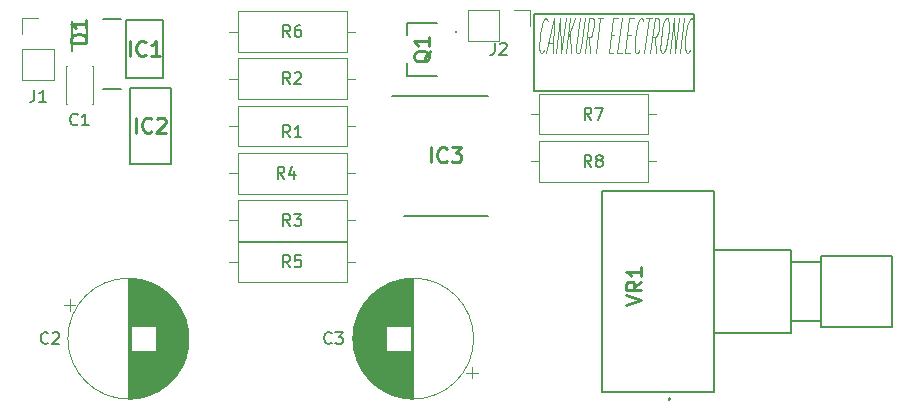
<source format=gbr>
%TF.GenerationSoftware,KiCad,Pcbnew,(6.0.6)*%
%TF.CreationDate,2023-09-23T12:19:06+03:00*%
%TF.ProjectId,leds_rme,6c656473-fc72-46d6-952e-6b696361645f,rev?*%
%TF.SameCoordinates,Original*%
%TF.FileFunction,Legend,Top*%
%TF.FilePolarity,Positive*%
%FSLAX46Y46*%
G04 Gerber Fmt 4.6, Leading zero omitted, Abs format (unit mm)*
G04 Created by KiCad (PCBNEW (6.0.6)) date 2023-09-23 12:19:06*
%MOMM*%
%LPD*%
G01*
G04 APERTURE LIST*
%ADD10C,0.150000*%
%ADD11C,0.125000*%
%ADD12C,0.254000*%
%ADD13C,0.120000*%
%ADD14C,0.200000*%
%ADD15C,0.100000*%
G04 APERTURE END LIST*
D10*
X102000000Y-47500000D02*
X88500000Y-47500000D01*
X88500000Y-47500000D02*
X88500000Y-54000000D01*
X88500000Y-54000000D02*
X102000000Y-54000000D01*
X102000000Y-54000000D02*
X102000000Y-47500000D01*
D11*
X89327886Y-50571428D02*
X89271934Y-50714285D01*
X89139791Y-50857142D01*
X89063601Y-50857142D01*
X88967172Y-50714285D01*
X88926696Y-50428571D01*
X88924315Y-50142857D01*
X88957648Y-49571428D01*
X89011220Y-49142857D01*
X89120744Y-48571428D01*
X89194553Y-48285714D01*
X89306458Y-48000000D01*
X89438601Y-47857142D01*
X89514791Y-47857142D01*
X89611220Y-48000000D01*
X89631458Y-48142857D01*
X89704077Y-50000000D02*
X90085029Y-50000000D01*
X89520744Y-50857142D02*
X90162410Y-47857142D01*
X90054077Y-50857142D01*
X90320744Y-50857142D02*
X90695744Y-47857142D01*
X90777886Y-50857142D01*
X91152886Y-47857142D01*
X91158839Y-50857142D02*
X91533839Y-47857142D01*
X91615982Y-50857142D02*
X91487410Y-49142857D01*
X91990982Y-47857142D02*
X91319553Y-49571428D01*
X92333839Y-47857142D02*
X92030267Y-50285714D01*
X92032648Y-50571428D01*
X92052886Y-50714285D01*
X92111220Y-50857142D01*
X92263601Y-50857142D01*
X92357648Y-50714285D01*
X92413601Y-50571428D01*
X92487410Y-50285714D01*
X92790982Y-47857142D01*
X93254077Y-50857142D02*
X93165982Y-49428571D01*
X92796934Y-50857142D02*
X93171934Y-47857142D01*
X93476696Y-47857142D01*
X93535029Y-48000000D01*
X93555267Y-48142857D01*
X93557648Y-48428571D01*
X93504077Y-48857142D01*
X93430267Y-49142857D01*
X93374315Y-49285714D01*
X93280267Y-49428571D01*
X92975505Y-49428571D01*
X93857648Y-47857142D02*
X94314791Y-47857142D01*
X93711220Y-50857142D02*
X94086220Y-47857142D01*
X95012410Y-49285714D02*
X95279077Y-49285714D01*
X95196934Y-50857142D02*
X94815982Y-50857142D01*
X95190982Y-47857142D01*
X95571934Y-47857142D01*
X95920744Y-50857142D02*
X95539791Y-50857142D01*
X95914791Y-47857142D01*
X96383839Y-49285714D02*
X96650505Y-49285714D01*
X96568363Y-50857142D02*
X96187410Y-50857142D01*
X96562410Y-47857142D01*
X96943363Y-47857142D01*
X97404077Y-50571428D02*
X97348125Y-50714285D01*
X97215982Y-50857142D01*
X97139791Y-50857142D01*
X97043363Y-50714285D01*
X97002886Y-50428571D01*
X97000505Y-50142857D01*
X97033839Y-49571428D01*
X97087410Y-49142857D01*
X97196934Y-48571428D01*
X97270744Y-48285714D01*
X97382648Y-48000000D01*
X97514791Y-47857142D01*
X97590982Y-47857142D01*
X97687410Y-48000000D01*
X97707648Y-48142857D01*
X97971934Y-47857142D02*
X98429077Y-47857142D01*
X97825505Y-50857142D02*
X98200505Y-47857142D01*
X98777886Y-50857142D02*
X98689791Y-49428571D01*
X98320744Y-50857142D02*
X98695744Y-47857142D01*
X99000505Y-47857142D01*
X99058839Y-48000000D01*
X99079077Y-48142857D01*
X99081458Y-48428571D01*
X99027886Y-48857142D01*
X98954077Y-49142857D01*
X98898125Y-49285714D01*
X98804077Y-49428571D01*
X98499315Y-49428571D01*
X99648125Y-47857142D02*
X99800505Y-47857142D01*
X99858839Y-48000000D01*
X99899315Y-48285714D01*
X99865982Y-48857142D01*
X99740982Y-49857142D01*
X99631458Y-50428571D01*
X99519553Y-50714285D01*
X99425505Y-50857142D01*
X99273125Y-50857142D01*
X99214791Y-50714285D01*
X99174315Y-50428571D01*
X99207648Y-49857142D01*
X99332648Y-48857142D01*
X99442172Y-48285714D01*
X99554077Y-48000000D01*
X99648125Y-47857142D01*
X99958839Y-50857142D02*
X100333839Y-47857142D01*
X100415982Y-50857142D01*
X100790982Y-47857142D01*
X100796934Y-50857142D02*
X101171934Y-47857142D01*
X101670744Y-50571428D02*
X101614791Y-50714285D01*
X101482648Y-50857142D01*
X101406458Y-50857142D01*
X101310029Y-50714285D01*
X101269553Y-50428571D01*
X101267172Y-50142857D01*
X101300505Y-49571428D01*
X101354077Y-49142857D01*
X101463601Y-48571428D01*
X101537410Y-48285714D01*
X101649315Y-48000000D01*
X101781458Y-47857142D01*
X101857648Y-47857142D01*
X101954077Y-48000000D01*
X101974315Y-48142857D01*
D10*
%TO.C,C3*%
X71333333Y-75357142D02*
X71285714Y-75404761D01*
X71142857Y-75452380D01*
X71047619Y-75452380D01*
X70904761Y-75404761D01*
X70809523Y-75309523D01*
X70761904Y-75214285D01*
X70714285Y-75023809D01*
X70714285Y-74880952D01*
X70761904Y-74690476D01*
X70809523Y-74595238D01*
X70904761Y-74500000D01*
X71047619Y-74452380D01*
X71142857Y-74452380D01*
X71285714Y-74500000D01*
X71333333Y-74547619D01*
X71666666Y-74452380D02*
X72285714Y-74452380D01*
X71952380Y-74833333D01*
X72095238Y-74833333D01*
X72190476Y-74880952D01*
X72238095Y-74928571D01*
X72285714Y-75023809D01*
X72285714Y-75261904D01*
X72238095Y-75357142D01*
X72190476Y-75404761D01*
X72095238Y-75452380D01*
X71809523Y-75452380D01*
X71714285Y-75404761D01*
X71666666Y-75357142D01*
D12*
%TO.C,D1*%
X50574523Y-49937380D02*
X49304523Y-49937380D01*
X49304523Y-49635000D01*
X49365000Y-49453571D01*
X49485952Y-49332619D01*
X49606904Y-49272142D01*
X49848809Y-49211666D01*
X50030238Y-49211666D01*
X50272142Y-49272142D01*
X50393095Y-49332619D01*
X50514047Y-49453571D01*
X50574523Y-49635000D01*
X50574523Y-49937380D01*
X50574523Y-48002142D02*
X50574523Y-48727857D01*
X50574523Y-48365000D02*
X49304523Y-48365000D01*
X49485952Y-48485952D01*
X49606904Y-48606904D01*
X49667380Y-48727857D01*
%TO.C,VR1*%
X96304523Y-72163095D02*
X97574523Y-71739761D01*
X96304523Y-71316428D01*
X97574523Y-70167380D02*
X96969761Y-70590714D01*
X97574523Y-70893095D02*
X96304523Y-70893095D01*
X96304523Y-70409285D01*
X96365000Y-70288333D01*
X96425476Y-70227857D01*
X96546428Y-70167380D01*
X96727857Y-70167380D01*
X96848809Y-70227857D01*
X96909285Y-70288333D01*
X96969761Y-70409285D01*
X96969761Y-70893095D01*
X97574523Y-68957857D02*
X97574523Y-69683571D01*
X97574523Y-69320714D02*
X96304523Y-69320714D01*
X96485952Y-69441666D01*
X96606904Y-69562619D01*
X96667380Y-69683571D01*
D10*
%TO.C,R2*%
X67833333Y-53452380D02*
X67500000Y-52976190D01*
X67261904Y-53452380D02*
X67261904Y-52452380D01*
X67642857Y-52452380D01*
X67738095Y-52500000D01*
X67785714Y-52547619D01*
X67833333Y-52642857D01*
X67833333Y-52785714D01*
X67785714Y-52880952D01*
X67738095Y-52928571D01*
X67642857Y-52976190D01*
X67261904Y-52976190D01*
X68214285Y-52547619D02*
X68261904Y-52500000D01*
X68357142Y-52452380D01*
X68595238Y-52452380D01*
X68690476Y-52500000D01*
X68738095Y-52547619D01*
X68785714Y-52642857D01*
X68785714Y-52738095D01*
X68738095Y-52880952D01*
X68166666Y-53452380D01*
X68785714Y-53452380D01*
%TO.C,R4*%
X67333333Y-61452380D02*
X67000000Y-60976190D01*
X66761904Y-61452380D02*
X66761904Y-60452380D01*
X67142857Y-60452380D01*
X67238095Y-60500000D01*
X67285714Y-60547619D01*
X67333333Y-60642857D01*
X67333333Y-60785714D01*
X67285714Y-60880952D01*
X67238095Y-60928571D01*
X67142857Y-60976190D01*
X66761904Y-60976190D01*
X68190476Y-60785714D02*
X68190476Y-61452380D01*
X67952380Y-60404761D02*
X67714285Y-61119047D01*
X68333333Y-61119047D01*
%TO.C,R8*%
X93333333Y-60452380D02*
X93000000Y-59976190D01*
X92761904Y-60452380D02*
X92761904Y-59452380D01*
X93142857Y-59452380D01*
X93238095Y-59500000D01*
X93285714Y-59547619D01*
X93333333Y-59642857D01*
X93333333Y-59785714D01*
X93285714Y-59880952D01*
X93238095Y-59928571D01*
X93142857Y-59976190D01*
X92761904Y-59976190D01*
X93904761Y-59880952D02*
X93809523Y-59833333D01*
X93761904Y-59785714D01*
X93714285Y-59690476D01*
X93714285Y-59642857D01*
X93761904Y-59547619D01*
X93809523Y-59500000D01*
X93904761Y-59452380D01*
X94095238Y-59452380D01*
X94190476Y-59500000D01*
X94238095Y-59547619D01*
X94285714Y-59642857D01*
X94285714Y-59690476D01*
X94238095Y-59785714D01*
X94190476Y-59833333D01*
X94095238Y-59880952D01*
X93904761Y-59880952D01*
X93809523Y-59928571D01*
X93761904Y-59976190D01*
X93714285Y-60071428D01*
X93714285Y-60261904D01*
X93761904Y-60357142D01*
X93809523Y-60404761D01*
X93904761Y-60452380D01*
X94095238Y-60452380D01*
X94190476Y-60404761D01*
X94238095Y-60357142D01*
X94285714Y-60261904D01*
X94285714Y-60071428D01*
X94238095Y-59976190D01*
X94190476Y-59928571D01*
X94095238Y-59880952D01*
%TO.C,J1*%
X46166666Y-53952380D02*
X46166666Y-54666666D01*
X46119047Y-54809523D01*
X46023809Y-54904761D01*
X45880952Y-54952380D01*
X45785714Y-54952380D01*
X47166666Y-54952380D02*
X46595238Y-54952380D01*
X46880952Y-54952380D02*
X46880952Y-53952380D01*
X46785714Y-54095238D01*
X46690476Y-54190476D01*
X46595238Y-54238095D01*
%TO.C,R6*%
X67833333Y-49452380D02*
X67500000Y-48976190D01*
X67261904Y-49452380D02*
X67261904Y-48452380D01*
X67642857Y-48452380D01*
X67738095Y-48500000D01*
X67785714Y-48547619D01*
X67833333Y-48642857D01*
X67833333Y-48785714D01*
X67785714Y-48880952D01*
X67738095Y-48928571D01*
X67642857Y-48976190D01*
X67261904Y-48976190D01*
X68690476Y-48452380D02*
X68500000Y-48452380D01*
X68404761Y-48500000D01*
X68357142Y-48547619D01*
X68261904Y-48690476D01*
X68214285Y-48880952D01*
X68214285Y-49261904D01*
X68261904Y-49357142D01*
X68309523Y-49404761D01*
X68404761Y-49452380D01*
X68595238Y-49452380D01*
X68690476Y-49404761D01*
X68738095Y-49357142D01*
X68785714Y-49261904D01*
X68785714Y-49023809D01*
X68738095Y-48928571D01*
X68690476Y-48880952D01*
X68595238Y-48833333D01*
X68404761Y-48833333D01*
X68309523Y-48880952D01*
X68261904Y-48928571D01*
X68214285Y-49023809D01*
%TO.C,C1*%
X49833333Y-56857142D02*
X49785714Y-56904761D01*
X49642857Y-56952380D01*
X49547619Y-56952380D01*
X49404761Y-56904761D01*
X49309523Y-56809523D01*
X49261904Y-56714285D01*
X49214285Y-56523809D01*
X49214285Y-56380952D01*
X49261904Y-56190476D01*
X49309523Y-56095238D01*
X49404761Y-56000000D01*
X49547619Y-55952380D01*
X49642857Y-55952380D01*
X49785714Y-56000000D01*
X49833333Y-56047619D01*
X50785714Y-56952380D02*
X50214285Y-56952380D01*
X50500000Y-56952380D02*
X50500000Y-55952380D01*
X50404761Y-56095238D01*
X50309523Y-56190476D01*
X50214285Y-56238095D01*
%TO.C,R3*%
X67833333Y-65452380D02*
X67500000Y-64976190D01*
X67261904Y-65452380D02*
X67261904Y-64452380D01*
X67642857Y-64452380D01*
X67738095Y-64500000D01*
X67785714Y-64547619D01*
X67833333Y-64642857D01*
X67833333Y-64785714D01*
X67785714Y-64880952D01*
X67738095Y-64928571D01*
X67642857Y-64976190D01*
X67261904Y-64976190D01*
X68166666Y-64452380D02*
X68785714Y-64452380D01*
X68452380Y-64833333D01*
X68595238Y-64833333D01*
X68690476Y-64880952D01*
X68738095Y-64928571D01*
X68785714Y-65023809D01*
X68785714Y-65261904D01*
X68738095Y-65357142D01*
X68690476Y-65404761D01*
X68595238Y-65452380D01*
X68309523Y-65452380D01*
X68214285Y-65404761D01*
X68166666Y-65357142D01*
D12*
%TO.C,IC1*%
X54260238Y-51074523D02*
X54260238Y-49804523D01*
X55590714Y-50953571D02*
X55530238Y-51014047D01*
X55348809Y-51074523D01*
X55227857Y-51074523D01*
X55046428Y-51014047D01*
X54925476Y-50893095D01*
X54865000Y-50772142D01*
X54804523Y-50530238D01*
X54804523Y-50348809D01*
X54865000Y-50106904D01*
X54925476Y-49985952D01*
X55046428Y-49865000D01*
X55227857Y-49804523D01*
X55348809Y-49804523D01*
X55530238Y-49865000D01*
X55590714Y-49925476D01*
X56800238Y-51074523D02*
X56074523Y-51074523D01*
X56437380Y-51074523D02*
X56437380Y-49804523D01*
X56316428Y-49985952D01*
X56195476Y-50106904D01*
X56074523Y-50167380D01*
%TO.C,IC2*%
X54760238Y-57574523D02*
X54760238Y-56304523D01*
X56090714Y-57453571D02*
X56030238Y-57514047D01*
X55848809Y-57574523D01*
X55727857Y-57574523D01*
X55546428Y-57514047D01*
X55425476Y-57393095D01*
X55365000Y-57272142D01*
X55304523Y-57030238D01*
X55304523Y-56848809D01*
X55365000Y-56606904D01*
X55425476Y-56485952D01*
X55546428Y-56365000D01*
X55727857Y-56304523D01*
X55848809Y-56304523D01*
X56030238Y-56365000D01*
X56090714Y-56425476D01*
X56574523Y-56425476D02*
X56635000Y-56365000D01*
X56755952Y-56304523D01*
X57058333Y-56304523D01*
X57179285Y-56365000D01*
X57239761Y-56425476D01*
X57300238Y-56546428D01*
X57300238Y-56667380D01*
X57239761Y-56848809D01*
X56514047Y-57574523D01*
X57300238Y-57574523D01*
D10*
%TO.C,C2*%
X47333333Y-75357142D02*
X47285714Y-75404761D01*
X47142857Y-75452380D01*
X47047619Y-75452380D01*
X46904761Y-75404761D01*
X46809523Y-75309523D01*
X46761904Y-75214285D01*
X46714285Y-75023809D01*
X46714285Y-74880952D01*
X46761904Y-74690476D01*
X46809523Y-74595238D01*
X46904761Y-74500000D01*
X47047619Y-74452380D01*
X47142857Y-74452380D01*
X47285714Y-74500000D01*
X47333333Y-74547619D01*
X47714285Y-74547619D02*
X47761904Y-74500000D01*
X47857142Y-74452380D01*
X48095238Y-74452380D01*
X48190476Y-74500000D01*
X48238095Y-74547619D01*
X48285714Y-74642857D01*
X48285714Y-74738095D01*
X48238095Y-74880952D01*
X47666666Y-75452380D01*
X48285714Y-75452380D01*
D12*
%TO.C,Q1*%
X79695476Y-50620952D02*
X79635000Y-50741904D01*
X79514047Y-50862857D01*
X79332619Y-51044285D01*
X79272142Y-51165238D01*
X79272142Y-51286190D01*
X79574523Y-51225714D02*
X79514047Y-51346666D01*
X79393095Y-51467619D01*
X79151190Y-51528095D01*
X78727857Y-51528095D01*
X78485952Y-51467619D01*
X78365000Y-51346666D01*
X78304523Y-51225714D01*
X78304523Y-50983809D01*
X78365000Y-50862857D01*
X78485952Y-50741904D01*
X78727857Y-50681428D01*
X79151190Y-50681428D01*
X79393095Y-50741904D01*
X79514047Y-50862857D01*
X79574523Y-50983809D01*
X79574523Y-51225714D01*
X79574523Y-49471904D02*
X79574523Y-50197619D01*
X79574523Y-49834761D02*
X78304523Y-49834761D01*
X78485952Y-49955714D01*
X78606904Y-50076666D01*
X78667380Y-50197619D01*
D10*
%TO.C,R1*%
X67833333Y-57952380D02*
X67500000Y-57476190D01*
X67261904Y-57952380D02*
X67261904Y-56952380D01*
X67642857Y-56952380D01*
X67738095Y-57000000D01*
X67785714Y-57047619D01*
X67833333Y-57142857D01*
X67833333Y-57285714D01*
X67785714Y-57380952D01*
X67738095Y-57428571D01*
X67642857Y-57476190D01*
X67261904Y-57476190D01*
X68785714Y-57952380D02*
X68214285Y-57952380D01*
X68500000Y-57952380D02*
X68500000Y-56952380D01*
X68404761Y-57095238D01*
X68309523Y-57190476D01*
X68214285Y-57238095D01*
%TO.C,J2*%
X85166666Y-49952380D02*
X85166666Y-50666666D01*
X85119047Y-50809523D01*
X85023809Y-50904761D01*
X84880952Y-50952380D01*
X84785714Y-50952380D01*
X85595238Y-50047619D02*
X85642857Y-50000000D01*
X85738095Y-49952380D01*
X85976190Y-49952380D01*
X86071428Y-50000000D01*
X86119047Y-50047619D01*
X86166666Y-50142857D01*
X86166666Y-50238095D01*
X86119047Y-50380952D01*
X85547619Y-50952380D01*
X86166666Y-50952380D01*
%TO.C,R7*%
X93333333Y-56452380D02*
X93000000Y-55976190D01*
X92761904Y-56452380D02*
X92761904Y-55452380D01*
X93142857Y-55452380D01*
X93238095Y-55500000D01*
X93285714Y-55547619D01*
X93333333Y-55642857D01*
X93333333Y-55785714D01*
X93285714Y-55880952D01*
X93238095Y-55928571D01*
X93142857Y-55976190D01*
X92761904Y-55976190D01*
X93666666Y-55452380D02*
X94333333Y-55452380D01*
X93904761Y-56452380D01*
%TO.C,R5*%
X67833333Y-68952380D02*
X67500000Y-68476190D01*
X67261904Y-68952380D02*
X67261904Y-67952380D01*
X67642857Y-67952380D01*
X67738095Y-68000000D01*
X67785714Y-68047619D01*
X67833333Y-68142857D01*
X67833333Y-68285714D01*
X67785714Y-68380952D01*
X67738095Y-68428571D01*
X67642857Y-68476190D01*
X67261904Y-68476190D01*
X68738095Y-67952380D02*
X68261904Y-67952380D01*
X68214285Y-68428571D01*
X68261904Y-68380952D01*
X68357142Y-68333333D01*
X68595238Y-68333333D01*
X68690476Y-68380952D01*
X68738095Y-68428571D01*
X68785714Y-68523809D01*
X68785714Y-68761904D01*
X68738095Y-68857142D01*
X68690476Y-68904761D01*
X68595238Y-68952380D01*
X68357142Y-68952380D01*
X68261904Y-68904761D01*
X68214285Y-68857142D01*
D12*
%TO.C,IC3*%
X79760238Y-60074523D02*
X79760238Y-58804523D01*
X81090714Y-59953571D02*
X81030238Y-60014047D01*
X80848809Y-60074523D01*
X80727857Y-60074523D01*
X80546428Y-60014047D01*
X80425476Y-59893095D01*
X80365000Y-59772142D01*
X80304523Y-59530238D01*
X80304523Y-59348809D01*
X80365000Y-59106904D01*
X80425476Y-58985952D01*
X80546428Y-58865000D01*
X80727857Y-58804523D01*
X80848809Y-58804523D01*
X81030238Y-58865000D01*
X81090714Y-58925476D01*
X81514047Y-58804523D02*
X82300238Y-58804523D01*
X81876904Y-59288333D01*
X82058333Y-59288333D01*
X82179285Y-59348809D01*
X82239761Y-59409285D01*
X82300238Y-59530238D01*
X82300238Y-59832619D01*
X82239761Y-59953571D01*
X82179285Y-60014047D01*
X82058333Y-60074523D01*
X81695476Y-60074523D01*
X81574523Y-60014047D01*
X81514047Y-59953571D01*
D13*
%TO.C,C3*%
X75449000Y-79247000D02*
X75449000Y-70753000D01*
X73649000Y-77209000D02*
X73649000Y-72791000D01*
X76689000Y-79837000D02*
X76689000Y-76040000D01*
X75529000Y-79298000D02*
X75529000Y-70702000D01*
X76569000Y-73960000D02*
X76569000Y-70203000D01*
X76209000Y-79657000D02*
X76209000Y-76040000D01*
X76329000Y-73960000D02*
X76329000Y-70293000D01*
X73169000Y-75599000D02*
X73169000Y-74401000D01*
X77409000Y-73960000D02*
X77409000Y-69989000D01*
X75689000Y-79395000D02*
X75689000Y-70605000D01*
X77489000Y-73960000D02*
X77489000Y-69976000D01*
X74329000Y-78254000D02*
X74329000Y-71746000D01*
X78130000Y-80079000D02*
X78130000Y-69921000D01*
X77810000Y-73960000D02*
X77810000Y-69938000D01*
X77850000Y-73960000D02*
X77850000Y-69935000D01*
X77009000Y-73960000D02*
X77009000Y-70072000D01*
X78010000Y-73960000D02*
X78010000Y-69925000D01*
X83229646Y-78375000D02*
X83229646Y-77375000D01*
X77810000Y-80062000D02*
X77810000Y-76040000D01*
X77329000Y-79997000D02*
X77329000Y-76040000D01*
X76409000Y-79738000D02*
X76409000Y-76040000D01*
X74609000Y-78561000D02*
X74609000Y-71439000D01*
X77529000Y-80030000D02*
X77529000Y-76040000D01*
X73609000Y-77125000D02*
X73609000Y-72875000D01*
X77930000Y-73960000D02*
X77930000Y-69930000D01*
X74129000Y-78000000D02*
X74129000Y-72000000D01*
X73689000Y-77289000D02*
X73689000Y-72711000D01*
X76049000Y-79584000D02*
X76049000Y-76040000D01*
X74729000Y-78679000D02*
X74729000Y-71321000D01*
X77249000Y-73960000D02*
X77249000Y-70018000D01*
X77249000Y-79982000D02*
X77249000Y-76040000D01*
X74369000Y-78301000D02*
X74369000Y-71699000D01*
X75609000Y-79347000D02*
X75609000Y-70653000D01*
X76409000Y-73960000D02*
X76409000Y-70262000D01*
X76849000Y-73960000D02*
X76849000Y-70115000D01*
X73849000Y-77579000D02*
X73849000Y-72421000D01*
X77289000Y-79990000D02*
X77289000Y-76040000D01*
X75809000Y-79462000D02*
X75809000Y-70538000D01*
X76049000Y-73960000D02*
X76049000Y-70416000D01*
X75089000Y-78989000D02*
X75089000Y-71011000D01*
X73449000Y-76742000D02*
X73449000Y-73258000D01*
X77449000Y-73960000D02*
X77449000Y-69982000D01*
X76009000Y-79564000D02*
X76009000Y-76040000D01*
X73969000Y-77770000D02*
X73969000Y-72230000D01*
X76729000Y-79850000D02*
X76729000Y-76040000D01*
X76529000Y-73960000D02*
X76529000Y-70217000D01*
X76369000Y-79723000D02*
X76369000Y-76040000D01*
X76169000Y-79639000D02*
X76169000Y-76040000D01*
X76009000Y-73960000D02*
X76009000Y-70436000D01*
X73249000Y-76062000D02*
X73249000Y-73938000D01*
X77209000Y-79974000D02*
X77209000Y-76040000D01*
X77770000Y-73960000D02*
X77770000Y-69942000D01*
X76129000Y-73960000D02*
X76129000Y-70379000D01*
X76449000Y-73960000D02*
X76449000Y-70246000D01*
X74849000Y-78789000D02*
X74849000Y-71211000D01*
X78250000Y-80080000D02*
X78250000Y-69920000D01*
X76769000Y-79862000D02*
X76769000Y-76040000D01*
X76769000Y-73960000D02*
X76769000Y-70138000D01*
X76929000Y-79907000D02*
X76929000Y-76040000D01*
X74529000Y-78478000D02*
X74529000Y-71522000D01*
X73369000Y-76510000D02*
X73369000Y-73490000D01*
X76809000Y-79874000D02*
X76809000Y-76040000D01*
X77970000Y-73960000D02*
X77970000Y-69927000D01*
X77730000Y-73960000D02*
X77730000Y-69946000D01*
X75369000Y-79194000D02*
X75369000Y-70806000D01*
X77369000Y-73960000D02*
X77369000Y-69996000D01*
X75849000Y-79483000D02*
X75849000Y-70517000D01*
X74889000Y-78824000D02*
X74889000Y-71176000D01*
X78210000Y-80080000D02*
X78210000Y-69920000D01*
X73929000Y-77709000D02*
X73929000Y-72291000D01*
X74969000Y-78892000D02*
X74969000Y-71108000D01*
X76369000Y-73960000D02*
X76369000Y-70277000D01*
X77890000Y-73960000D02*
X77890000Y-69932000D01*
X74409000Y-78347000D02*
X74409000Y-71653000D01*
X76289000Y-79690000D02*
X76289000Y-76040000D01*
X75409000Y-79221000D02*
X75409000Y-70779000D01*
X77369000Y-80004000D02*
X77369000Y-76040000D01*
X77129000Y-73960000D02*
X77129000Y-70044000D01*
X75729000Y-79417000D02*
X75729000Y-70583000D01*
X76449000Y-79754000D02*
X76449000Y-76040000D01*
X76329000Y-79707000D02*
X76329000Y-76040000D01*
X75129000Y-79020000D02*
X75129000Y-70980000D01*
X76929000Y-73960000D02*
X76929000Y-70093000D01*
X74249000Y-78156000D02*
X74249000Y-71844000D01*
X75489000Y-79273000D02*
X75489000Y-70727000D01*
X76209000Y-73960000D02*
X76209000Y-70343000D01*
X73809000Y-77510000D02*
X73809000Y-72490000D01*
X75249000Y-79110000D02*
X75249000Y-70890000D01*
X77209000Y-73960000D02*
X77209000Y-70026000D01*
X76889000Y-73960000D02*
X76889000Y-70103000D01*
X76849000Y-79885000D02*
X76849000Y-76040000D01*
X77409000Y-80011000D02*
X77409000Y-76040000D01*
X77529000Y-73960000D02*
X77529000Y-69970000D01*
X77289000Y-73960000D02*
X77289000Y-70010000D01*
X74049000Y-77889000D02*
X74049000Y-72111000D01*
X76569000Y-79797000D02*
X76569000Y-76040000D01*
X75209000Y-79080000D02*
X75209000Y-70920000D01*
X77970000Y-80073000D02*
X77970000Y-76040000D01*
X76969000Y-79918000D02*
X76969000Y-76040000D01*
X77449000Y-80018000D02*
X77449000Y-76040000D01*
X77329000Y-73960000D02*
X77329000Y-70003000D01*
X77730000Y-80054000D02*
X77730000Y-76040000D01*
X74689000Y-78640000D02*
X74689000Y-71360000D01*
X77129000Y-79956000D02*
X77129000Y-76040000D01*
X75169000Y-79050000D02*
X75169000Y-70950000D01*
X76249000Y-73960000D02*
X76249000Y-70326000D01*
X75289000Y-79138000D02*
X75289000Y-70862000D01*
X74289000Y-78206000D02*
X74289000Y-71794000D01*
X77610000Y-80040000D02*
X77610000Y-76040000D01*
X75329000Y-79166000D02*
X75329000Y-70834000D01*
X73289000Y-76230000D02*
X73289000Y-73770000D01*
X76529000Y-79783000D02*
X76529000Y-76040000D01*
X75049000Y-78957000D02*
X75049000Y-71043000D01*
X77049000Y-73960000D02*
X77049000Y-70062000D01*
X77169000Y-73960000D02*
X77169000Y-70035000D01*
X76809000Y-73960000D02*
X76809000Y-70126000D01*
X75649000Y-79371000D02*
X75649000Y-70629000D01*
X73569000Y-77037000D02*
X73569000Y-72963000D01*
X76689000Y-73960000D02*
X76689000Y-70163000D01*
X73489000Y-76846000D02*
X73489000Y-73154000D01*
X76089000Y-79603000D02*
X76089000Y-76040000D01*
X77570000Y-80035000D02*
X77570000Y-76040000D01*
X76969000Y-73960000D02*
X76969000Y-70082000D01*
X73529000Y-76944000D02*
X73529000Y-73056000D01*
X77089000Y-79947000D02*
X77089000Y-76040000D01*
X73889000Y-77645000D02*
X73889000Y-72355000D01*
X73769000Y-77439000D02*
X73769000Y-72561000D01*
X76649000Y-73960000D02*
X76649000Y-70176000D01*
X76489000Y-73960000D02*
X76489000Y-70232000D01*
X73729000Y-77365000D02*
X73729000Y-72635000D01*
X74449000Y-78392000D02*
X74449000Y-71608000D01*
X74809000Y-78753000D02*
X74809000Y-71247000D01*
X74649000Y-78601000D02*
X74649000Y-71399000D01*
X74569000Y-78520000D02*
X74569000Y-71480000D01*
X77570000Y-73960000D02*
X77570000Y-69965000D01*
X74929000Y-78858000D02*
X74929000Y-71142000D01*
X75009000Y-78925000D02*
X75009000Y-71075000D01*
X77930000Y-80070000D02*
X77930000Y-76040000D01*
X76889000Y-79897000D02*
X76889000Y-76040000D01*
X74089000Y-77945000D02*
X74089000Y-72055000D01*
X77890000Y-80068000D02*
X77890000Y-76040000D01*
X78090000Y-80078000D02*
X78090000Y-69922000D01*
X75969000Y-79545000D02*
X75969000Y-76040000D01*
X77650000Y-73960000D02*
X77650000Y-69955000D01*
X77690000Y-80050000D02*
X77690000Y-76040000D01*
X76489000Y-79768000D02*
X76489000Y-76040000D01*
X77169000Y-79965000D02*
X77169000Y-76040000D01*
X76249000Y-79674000D02*
X76249000Y-76040000D01*
X76729000Y-73960000D02*
X76729000Y-70150000D01*
X77650000Y-80045000D02*
X77650000Y-76040000D01*
X78170000Y-80080000D02*
X78170000Y-69920000D01*
X76609000Y-73960000D02*
X76609000Y-70189000D01*
X76289000Y-73960000D02*
X76289000Y-70310000D01*
X74489000Y-78436000D02*
X74489000Y-71564000D01*
X75569000Y-79323000D02*
X75569000Y-70677000D01*
X77049000Y-79938000D02*
X77049000Y-76040000D01*
X75769000Y-79440000D02*
X75769000Y-70560000D01*
X74769000Y-78716000D02*
X74769000Y-71284000D01*
X75929000Y-79525000D02*
X75929000Y-70475000D01*
X76609000Y-79811000D02*
X76609000Y-76040000D01*
X75889000Y-79504000D02*
X75889000Y-70496000D01*
X76649000Y-79824000D02*
X76649000Y-76040000D01*
X76089000Y-73960000D02*
X76089000Y-70397000D01*
X73409000Y-76630000D02*
X73409000Y-73370000D01*
X77850000Y-80065000D02*
X77850000Y-76040000D01*
X77089000Y-73960000D02*
X77089000Y-70053000D01*
X76129000Y-79621000D02*
X76129000Y-76040000D01*
X77489000Y-80024000D02*
X77489000Y-76040000D01*
X77610000Y-73960000D02*
X77610000Y-69960000D01*
X77690000Y-73960000D02*
X77690000Y-69950000D01*
X83729646Y-77875000D02*
X82729646Y-77875000D01*
X76169000Y-73960000D02*
X76169000Y-70361000D01*
X78050000Y-80077000D02*
X78050000Y-69923000D01*
X74209000Y-78106000D02*
X74209000Y-71894000D01*
X73329000Y-76378000D02*
X73329000Y-73622000D01*
X77770000Y-80058000D02*
X77770000Y-76040000D01*
X77009000Y-79928000D02*
X77009000Y-76040000D01*
X75969000Y-73960000D02*
X75969000Y-70455000D01*
X74169000Y-78054000D02*
X74169000Y-71946000D01*
X74009000Y-77830000D02*
X74009000Y-72170000D01*
X78010000Y-80075000D02*
X78010000Y-76040000D01*
X73209000Y-75862000D02*
X73209000Y-74138000D01*
X83370000Y-75000000D02*
G75*
G03*
X83370000Y-75000000I-5120000J0D01*
G01*
D14*
%TO.C,D1*%
X50650000Y-49875000D02*
X50650000Y-48125000D01*
X49350000Y-50662000D02*
X49350000Y-48125000D01*
%TO.C,VR1*%
X118750000Y-68000000D02*
X112750000Y-68000000D01*
X118750000Y-74000000D02*
X118750000Y-68000000D01*
X94250000Y-79500000D02*
X94250000Y-62500000D01*
X112750000Y-68500000D02*
X110250000Y-68500000D01*
X94250000Y-62500000D02*
X103750000Y-62500000D01*
X110250000Y-67500000D02*
X103750000Y-67500000D01*
X103750000Y-62500000D02*
X103750000Y-79500000D01*
X112750000Y-74000000D02*
X118750000Y-74000000D01*
X110250000Y-74500000D02*
X110250000Y-67500000D01*
X99950000Y-80200000D02*
X99950000Y-80200000D01*
X110250000Y-73500000D02*
X112750000Y-73500000D01*
X99950000Y-80000000D02*
X99950000Y-80000000D01*
X112750000Y-73500000D02*
X112750000Y-68500000D01*
X103750000Y-79500000D02*
X94250000Y-79500000D01*
X112750000Y-68000000D02*
X112750000Y-68500000D01*
X103750000Y-74500000D02*
X110250000Y-74500000D01*
X112750000Y-73500000D02*
X112750000Y-74000000D01*
X99950000Y-80000000D02*
G75*
G03*
X99950000Y-80200000I0J-100000D01*
G01*
X99950000Y-80200000D02*
G75*
G03*
X99950000Y-80000000I0J100000D01*
G01*
D13*
%TO.C,R2*%
X62690000Y-53000000D02*
X63380000Y-53000000D01*
X63380000Y-51280000D02*
X63380000Y-54720000D01*
X72620000Y-54720000D02*
X72620000Y-51280000D01*
X73310000Y-53000000D02*
X72620000Y-53000000D01*
X72620000Y-51280000D02*
X63380000Y-51280000D01*
X63380000Y-54720000D02*
X72620000Y-54720000D01*
%TO.C,R4*%
X63380000Y-59280000D02*
X63380000Y-62720000D01*
X63380000Y-62720000D02*
X72620000Y-62720000D01*
X72620000Y-59280000D02*
X63380000Y-59280000D01*
X72620000Y-62720000D02*
X72620000Y-59280000D01*
X62690000Y-61000000D02*
X63380000Y-61000000D01*
X73310000Y-61000000D02*
X72620000Y-61000000D01*
%TO.C,R8*%
X88190000Y-60000000D02*
X88880000Y-60000000D01*
X98810000Y-60000000D02*
X98120000Y-60000000D01*
X98120000Y-58280000D02*
X88880000Y-58280000D01*
X98120000Y-61720000D02*
X98120000Y-58280000D01*
X88880000Y-61720000D02*
X98120000Y-61720000D01*
X88880000Y-58280000D02*
X88880000Y-61720000D01*
%TO.C,J1*%
X45170000Y-53095000D02*
X47830000Y-53095000D01*
X45170000Y-49225000D02*
X45170000Y-47895000D01*
X45170000Y-50495000D02*
X45170000Y-53095000D01*
X45170000Y-50495000D02*
X47830000Y-50495000D01*
X47830000Y-50495000D02*
X47830000Y-53095000D01*
X45170000Y-47895000D02*
X46500000Y-47895000D01*
%TO.C,R6*%
X63380000Y-50720000D02*
X72620000Y-50720000D01*
X62690000Y-49000000D02*
X63380000Y-49000000D01*
X72620000Y-47280000D02*
X63380000Y-47280000D01*
X72620000Y-50720000D02*
X72620000Y-47280000D01*
X63380000Y-47280000D02*
X63380000Y-50720000D01*
X73310000Y-49000000D02*
X72620000Y-49000000D01*
%TO.C,C1*%
X48945000Y-55120000D02*
X48880000Y-55120000D01*
X51120000Y-55120000D02*
X51055000Y-55120000D01*
X48880000Y-51880000D02*
X48880000Y-55120000D01*
X48945000Y-51880000D02*
X48880000Y-51880000D01*
X51120000Y-51880000D02*
X51120000Y-55120000D01*
X51120000Y-51880000D02*
X51055000Y-51880000D01*
%TO.C,R3*%
X72620000Y-66720000D02*
X72620000Y-63280000D01*
X62690000Y-65000000D02*
X63380000Y-65000000D01*
X72620000Y-63280000D02*
X63380000Y-63280000D01*
X73310000Y-65000000D02*
X72620000Y-65000000D01*
X63380000Y-63280000D02*
X63380000Y-66720000D01*
X63380000Y-66720000D02*
X72620000Y-66720000D01*
D14*
%TO.C,IC1*%
X57100000Y-52945000D02*
X53900000Y-52945000D01*
X53900000Y-52945000D02*
X53900000Y-48055000D01*
X52000000Y-47920000D02*
X53550000Y-47920000D01*
X57100000Y-48055000D02*
X57100000Y-52945000D01*
X53900000Y-48055000D02*
X57100000Y-48055000D01*
%TO.C,IC2*%
X54250000Y-53750000D02*
X57750000Y-53750000D01*
X54250000Y-60250000D02*
X54250000Y-53750000D01*
X57750000Y-53750000D02*
X57750000Y-60250000D01*
X57750000Y-60250000D02*
X54250000Y-60250000D01*
X52000000Y-53900000D02*
X53500000Y-53900000D01*
D13*
%TO.C,C2*%
X59053323Y-73622000D02*
X59053323Y-76378000D01*
X54452323Y-69930000D02*
X54452323Y-73960000D01*
X56853323Y-70702000D02*
X56853323Y-79298000D01*
X56213323Y-70361000D02*
X56213323Y-73960000D01*
X55053323Y-70003000D02*
X55053323Y-73960000D01*
X56253323Y-70379000D02*
X56253323Y-73960000D01*
X56013323Y-70277000D02*
X56013323Y-73960000D01*
X58493323Y-72355000D02*
X58493323Y-77645000D01*
X58653323Y-72635000D02*
X58653323Y-77365000D01*
X55493323Y-70103000D02*
X55493323Y-73960000D01*
X56133323Y-70326000D02*
X56133323Y-73960000D01*
X56253323Y-76040000D02*
X56253323Y-79621000D01*
X55253323Y-76040000D02*
X55253323Y-79956000D01*
X54853323Y-76040000D02*
X54853323Y-80030000D01*
X56333323Y-70416000D02*
X56333323Y-73960000D01*
X56453323Y-70475000D02*
X56453323Y-79525000D01*
X55773323Y-76040000D02*
X55773323Y-79811000D01*
X55573323Y-76040000D02*
X55573323Y-79874000D01*
X55013323Y-69996000D02*
X55013323Y-73960000D01*
X57493323Y-71176000D02*
X57493323Y-78824000D01*
X55613323Y-76040000D02*
X55613323Y-79862000D01*
X55933323Y-76040000D02*
X55933323Y-79754000D01*
X56333323Y-76040000D02*
X56333323Y-79584000D01*
X58453323Y-72291000D02*
X58453323Y-77709000D01*
X58693323Y-72711000D02*
X58693323Y-77289000D01*
X59213323Y-74401000D02*
X59213323Y-75599000D01*
X58333323Y-72111000D02*
X58333323Y-77889000D01*
X58293323Y-72055000D02*
X58293323Y-77945000D01*
X55533323Y-76040000D02*
X55533323Y-79885000D01*
X54772323Y-76040000D02*
X54772323Y-80040000D01*
X55533323Y-70115000D02*
X55533323Y-73960000D01*
X55293323Y-76040000D02*
X55293323Y-79947000D01*
X55813323Y-76040000D02*
X55813323Y-79797000D01*
X56293323Y-76040000D02*
X56293323Y-79603000D01*
X54732323Y-69955000D02*
X54732323Y-73960000D01*
X54772323Y-69960000D02*
X54772323Y-73960000D01*
X58933323Y-73258000D02*
X58933323Y-76742000D01*
X55413323Y-70082000D02*
X55413323Y-73960000D01*
X58213323Y-71946000D02*
X58213323Y-78054000D01*
X57093323Y-70862000D02*
X57093323Y-79138000D01*
X55693323Y-76040000D02*
X55693323Y-79837000D01*
X49152677Y-71625000D02*
X49152677Y-72625000D01*
X57573323Y-71247000D02*
X57573323Y-78753000D01*
X58253323Y-72000000D02*
X58253323Y-78000000D01*
X56573323Y-70538000D02*
X56573323Y-79462000D01*
X55893323Y-70232000D02*
X55893323Y-73960000D01*
X55373323Y-76040000D02*
X55373323Y-79928000D01*
X55613323Y-70138000D02*
X55613323Y-73960000D01*
X57893323Y-71564000D02*
X57893323Y-78436000D01*
X55333323Y-70062000D02*
X55333323Y-73960000D01*
X54893323Y-76040000D02*
X54893323Y-80024000D01*
X57133323Y-70890000D02*
X57133323Y-79110000D01*
X58613323Y-72561000D02*
X58613323Y-77439000D01*
X56053323Y-76040000D02*
X56053323Y-79707000D01*
X56173323Y-70343000D02*
X56173323Y-73960000D01*
X55373323Y-70072000D02*
X55373323Y-73960000D01*
X54572323Y-69938000D02*
X54572323Y-73960000D01*
X54612323Y-76040000D02*
X54612323Y-80058000D01*
X58773323Y-72875000D02*
X58773323Y-77125000D01*
X54492323Y-69932000D02*
X54492323Y-73960000D01*
X58133323Y-71844000D02*
X58133323Y-78156000D01*
X56413323Y-76040000D02*
X56413323Y-79545000D01*
X55653323Y-76040000D02*
X55653323Y-79850000D01*
X56013323Y-76040000D02*
X56013323Y-79723000D01*
X56613323Y-70560000D02*
X56613323Y-79440000D01*
X57293323Y-71011000D02*
X57293323Y-78989000D01*
X55453323Y-76040000D02*
X55453323Y-79907000D01*
X57773323Y-71439000D02*
X57773323Y-78561000D01*
X56133323Y-76040000D02*
X56133323Y-79674000D01*
X55813323Y-70203000D02*
X55813323Y-73960000D01*
X54692323Y-69950000D02*
X54692323Y-73960000D01*
X58093323Y-71794000D02*
X58093323Y-78206000D01*
X56933323Y-70753000D02*
X56933323Y-79247000D01*
X56533323Y-70517000D02*
X56533323Y-79483000D01*
X58173323Y-71894000D02*
X58173323Y-78106000D01*
X55893323Y-76040000D02*
X55893323Y-79768000D01*
X54652323Y-76040000D02*
X54652323Y-80054000D01*
X57013323Y-70806000D02*
X57013323Y-79194000D01*
X56693323Y-70605000D02*
X56693323Y-79395000D01*
X54372323Y-69925000D02*
X54372323Y-73960000D01*
X54933323Y-76040000D02*
X54933323Y-80018000D01*
X56733323Y-70629000D02*
X56733323Y-79371000D01*
X56093323Y-70310000D02*
X56093323Y-73960000D01*
X55573323Y-70126000D02*
X55573323Y-73960000D01*
X56373323Y-76040000D02*
X56373323Y-79564000D01*
X57733323Y-71399000D02*
X57733323Y-78601000D01*
X56773323Y-70653000D02*
X56773323Y-79347000D01*
X55853323Y-76040000D02*
X55853323Y-79783000D01*
X54452323Y-76040000D02*
X54452323Y-80070000D01*
X54492323Y-76040000D02*
X54492323Y-80068000D01*
X58533323Y-72421000D02*
X58533323Y-77579000D01*
X55973323Y-76040000D02*
X55973323Y-79738000D01*
X54412323Y-76040000D02*
X54412323Y-80073000D01*
X56293323Y-70397000D02*
X56293323Y-73960000D01*
X54172323Y-69920000D02*
X54172323Y-80080000D01*
X58853323Y-73056000D02*
X58853323Y-76944000D01*
X58413323Y-72230000D02*
X58413323Y-77770000D01*
X56893323Y-70727000D02*
X56893323Y-79273000D01*
X58893323Y-73154000D02*
X58893323Y-76846000D01*
X54933323Y-69982000D02*
X54933323Y-73960000D01*
X57533323Y-71211000D02*
X57533323Y-78789000D01*
X57173323Y-70920000D02*
X57173323Y-79080000D01*
X58053323Y-71746000D02*
X58053323Y-78254000D01*
X55173323Y-76040000D02*
X55173323Y-79974000D01*
X57253323Y-70980000D02*
X57253323Y-79020000D01*
X55093323Y-76040000D02*
X55093323Y-79990000D01*
X57213323Y-70950000D02*
X57213323Y-79050000D01*
X54652323Y-69946000D02*
X54652323Y-73960000D01*
X58813323Y-72963000D02*
X58813323Y-77037000D01*
X59013323Y-73490000D02*
X59013323Y-76510000D01*
X55293323Y-70053000D02*
X55293323Y-73960000D01*
X56093323Y-76040000D02*
X56093323Y-79690000D01*
X57853323Y-71522000D02*
X57853323Y-78478000D01*
X56813323Y-70677000D02*
X56813323Y-79323000D01*
X54292323Y-69922000D02*
X54292323Y-80078000D01*
X54973323Y-69989000D02*
X54973323Y-73960000D01*
X56373323Y-70436000D02*
X56373323Y-73960000D01*
X56493323Y-70496000D02*
X56493323Y-79504000D01*
X55693323Y-70163000D02*
X55693323Y-73960000D01*
X54612323Y-69942000D02*
X54612323Y-73960000D01*
X56053323Y-70293000D02*
X56053323Y-73960000D01*
X54252323Y-69921000D02*
X54252323Y-80079000D01*
X55173323Y-70026000D02*
X55173323Y-73960000D01*
X54132323Y-69920000D02*
X54132323Y-80080000D01*
X55773323Y-70189000D02*
X55773323Y-73960000D01*
X56213323Y-76040000D02*
X56213323Y-79639000D01*
X54332323Y-69923000D02*
X54332323Y-80077000D01*
X54973323Y-76040000D02*
X54973323Y-80011000D01*
X56973323Y-70779000D02*
X56973323Y-79221000D01*
X55013323Y-76040000D02*
X55013323Y-80004000D01*
X54572323Y-76040000D02*
X54572323Y-80062000D01*
X57613323Y-71284000D02*
X57613323Y-78716000D01*
X55413323Y-76040000D02*
X55413323Y-79918000D01*
X54412323Y-69927000D02*
X54412323Y-73960000D01*
X57053323Y-70834000D02*
X57053323Y-79166000D01*
X57693323Y-71360000D02*
X57693323Y-78640000D01*
X55653323Y-70150000D02*
X55653323Y-73960000D01*
X55853323Y-70217000D02*
X55853323Y-73960000D01*
X54532323Y-69935000D02*
X54532323Y-73960000D01*
X55973323Y-70262000D02*
X55973323Y-73960000D01*
X55733323Y-70176000D02*
X55733323Y-73960000D01*
X55933323Y-70246000D02*
X55933323Y-73960000D01*
X54812323Y-76040000D02*
X54812323Y-80035000D01*
X55493323Y-76040000D02*
X55493323Y-79897000D01*
X58573323Y-72490000D02*
X58573323Y-77510000D01*
X57813323Y-71480000D02*
X57813323Y-78520000D01*
X58973323Y-73370000D02*
X58973323Y-76630000D01*
X55453323Y-70093000D02*
X55453323Y-73960000D01*
X59173323Y-74138000D02*
X59173323Y-75862000D01*
X55053323Y-76040000D02*
X55053323Y-79997000D01*
X58373323Y-72170000D02*
X58373323Y-77830000D01*
X54732323Y-76040000D02*
X54732323Y-80045000D01*
X54853323Y-69970000D02*
X54853323Y-73960000D01*
X54893323Y-69976000D02*
X54893323Y-73960000D01*
X55213323Y-70035000D02*
X55213323Y-73960000D01*
X55333323Y-76040000D02*
X55333323Y-79938000D01*
X55733323Y-76040000D02*
X55733323Y-79824000D01*
X55213323Y-76040000D02*
X55213323Y-79965000D01*
X55093323Y-70010000D02*
X55093323Y-73960000D01*
X57973323Y-71653000D02*
X57973323Y-78347000D01*
X54212323Y-69920000D02*
X54212323Y-80080000D01*
X54372323Y-76040000D02*
X54372323Y-80075000D01*
X55253323Y-70044000D02*
X55253323Y-73960000D01*
X56653323Y-70583000D02*
X56653323Y-79417000D01*
X58013323Y-71699000D02*
X58013323Y-78301000D01*
X55133323Y-70018000D02*
X55133323Y-73960000D01*
X54812323Y-69965000D02*
X54812323Y-73960000D01*
X57373323Y-71075000D02*
X57373323Y-78925000D01*
X57933323Y-71608000D02*
X57933323Y-78392000D01*
X57333323Y-71043000D02*
X57333323Y-78957000D01*
X57653323Y-71321000D02*
X57653323Y-78679000D01*
X57453323Y-71142000D02*
X57453323Y-78858000D01*
X59093323Y-73770000D02*
X59093323Y-76230000D01*
X59133323Y-73938000D02*
X59133323Y-76062000D01*
X56413323Y-70455000D02*
X56413323Y-73960000D01*
X54692323Y-76040000D02*
X54692323Y-80050000D01*
X48652677Y-72125000D02*
X49652677Y-72125000D01*
X55133323Y-76040000D02*
X55133323Y-79982000D01*
X54532323Y-76040000D02*
X54532323Y-80065000D01*
X57413323Y-71108000D02*
X57413323Y-78892000D01*
X56173323Y-76040000D02*
X56173323Y-79657000D01*
X58733323Y-72791000D02*
X58733323Y-77209000D01*
X59252323Y-75000000D02*
G75*
G03*
X59252323Y-75000000I-5120000J0D01*
G01*
D14*
%TO.C,Q1*%
X77750000Y-52750000D02*
X80250000Y-52750000D01*
X77750000Y-51700000D02*
X77750000Y-52750000D01*
X80250000Y-48250000D02*
X77750000Y-48250000D01*
X77750000Y-48250000D02*
X77750000Y-49300000D01*
D15*
X81800000Y-49000000D02*
X81800000Y-49000000D01*
X81900000Y-49000000D02*
X81900000Y-49000000D01*
X81900000Y-49000000D02*
G75*
G03*
X81800000Y-49000000I-50000J0D01*
G01*
X81800000Y-49000000D02*
G75*
G03*
X81900000Y-49000000I50000J0D01*
G01*
D13*
%TO.C,R1*%
X72620000Y-58720000D02*
X72620000Y-55280000D01*
X63380000Y-58720000D02*
X72620000Y-58720000D01*
X73310000Y-57000000D02*
X72620000Y-57000000D01*
X62690000Y-57000000D02*
X63380000Y-57000000D01*
X72620000Y-55280000D02*
X63380000Y-55280000D01*
X63380000Y-55280000D02*
X63380000Y-58720000D01*
%TO.C,J2*%
X82905000Y-47170000D02*
X82905000Y-49830000D01*
X85505000Y-47170000D02*
X85505000Y-49830000D01*
X85505000Y-47170000D02*
X82905000Y-47170000D01*
X86775000Y-47170000D02*
X88105000Y-47170000D01*
X85505000Y-49830000D02*
X82905000Y-49830000D01*
X88105000Y-47170000D02*
X88105000Y-48500000D01*
%TO.C,R7*%
X98120000Y-54280000D02*
X88880000Y-54280000D01*
X98810000Y-56000000D02*
X98120000Y-56000000D01*
X88880000Y-57720000D02*
X98120000Y-57720000D01*
X88880000Y-54280000D02*
X88880000Y-57720000D01*
X88190000Y-56000000D02*
X88880000Y-56000000D01*
X98120000Y-57720000D02*
X98120000Y-54280000D01*
%TO.C,R5*%
X63380000Y-66780000D02*
X63380000Y-70220000D01*
X63380000Y-70220000D02*
X72620000Y-70220000D01*
X62690000Y-68500000D02*
X63380000Y-68500000D01*
X72620000Y-66780000D02*
X63380000Y-66780000D01*
X72620000Y-70220000D02*
X72620000Y-66780000D01*
X73310000Y-68500000D02*
X72620000Y-68500000D01*
D14*
%TO.C,IC3*%
X77445000Y-64580000D02*
X84555000Y-64580000D01*
X76450000Y-54420000D02*
X84555000Y-54420000D01*
%TD*%
M02*

</source>
